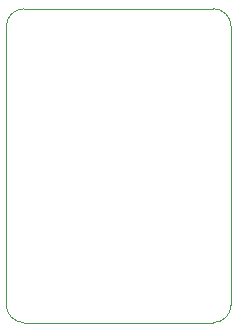
<source format=gm1>
G04 #@! TF.GenerationSoftware,KiCad,Pcbnew,(5.0.1)-3*
G04 #@! TF.CreationDate,2018-11-05T23:25:50+01:00*
G04 #@! TF.ProjectId,project,70726F6A6563742E6B696361645F7063,rev?*
G04 #@! TF.SameCoordinates,Original*
G04 #@! TF.FileFunction,Profile,NP*
%FSLAX46Y46*%
G04 Gerber Fmt 4.6, Leading zero omitted, Abs format (unit mm)*
G04 Created by KiCad (PCBNEW (5.0.1)-3) date 11/05/18 23:25:50*
%MOMM*%
%LPD*%
G01*
G04 APERTURE LIST*
%ADD10C,0.100000*%
G04 APERTURE END LIST*
D10*
X124828300Y-86995000D02*
G75*
G02X123329700Y-85496400I0J1498600D01*
G01*
X142367000Y-85496400D02*
G75*
G02X140868400Y-86995000I-1498600J0D01*
G01*
X140868400Y-60426600D02*
G75*
G02X142367000Y-61925200I0J-1498600D01*
G01*
X123329700Y-61925200D02*
G75*
G02X124828300Y-60426600I1498600J0D01*
G01*
X140868400Y-60426600D02*
X124828300Y-60426600D01*
X142367000Y-85496400D02*
X142367000Y-61925200D01*
X124828300Y-86995000D02*
X140868400Y-86995000D01*
X123329700Y-61925200D02*
X123329700Y-85496400D01*
M02*

</source>
